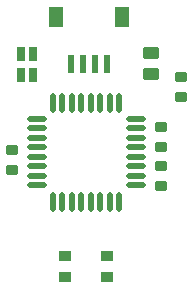
<source format=gbp>
G04 Layer_Color=128*
%FSLAX44Y44*%
%MOMM*%
G71*
G01*
G75*
G04:AMPARAMS|DCode=10|XSize=1mm|YSize=0.9mm|CornerRadius=0.1125mm|HoleSize=0mm|Usage=FLASHONLY|Rotation=0.000|XOffset=0mm|YOffset=0mm|HoleType=Round|Shape=RoundedRectangle|*
%AMROUNDEDRECTD10*
21,1,1.0000,0.6750,0,0,0.0*
21,1,0.7750,0.9000,0,0,0.0*
1,1,0.2250,0.3875,-0.3375*
1,1,0.2250,-0.3875,-0.3375*
1,1,0.2250,-0.3875,0.3375*
1,1,0.2250,0.3875,0.3375*
%
%ADD10ROUNDEDRECTD10*%
%ADD11R,0.6350X1.2700*%
%ADD13R,1.0160X0.8636*%
G04:AMPARAMS|DCode=23|XSize=1.4mm|YSize=1mm|CornerRadius=0.125mm|HoleSize=0mm|Usage=FLASHONLY|Rotation=0.000|XOffset=0mm|YOffset=0mm|HoleType=Round|Shape=RoundedRectangle|*
%AMROUNDEDRECTD23*
21,1,1.4000,0.7500,0,0,0.0*
21,1,1.1500,1.0000,0,0,0.0*
1,1,0.2500,0.5750,-0.3750*
1,1,0.2500,-0.5750,-0.3750*
1,1,0.2500,-0.5750,0.3750*
1,1,0.2500,0.5750,0.3750*
%
%ADD23ROUNDEDRECTD23*%
%ADD24O,0.5500X1.6500*%
%ADD25O,1.6500X0.5500*%
%ADD26R,0.6000X1.5500*%
%ADD27R,1.2000X1.8000*%
D10*
X62000Y125500D02*
D03*
Y108500D02*
D03*
X205000Y170500D02*
D03*
Y187500D02*
D03*
X188000Y95500D02*
D03*
Y112500D02*
D03*
X188000Y128500D02*
D03*
Y145500D02*
D03*
D11*
X70000Y189000D02*
D03*
X80160D02*
D03*
X70000Y207000D02*
D03*
X80160D02*
D03*
D13*
X107474Y18250D02*
D03*
X142500D02*
D03*
X107474Y35890D02*
D03*
X142500D02*
D03*
D23*
X180000Y208000D02*
D03*
Y190000D02*
D03*
D24*
X153000Y166000D02*
D03*
X145000D02*
D03*
X137000D02*
D03*
X129000D02*
D03*
X121000D02*
D03*
X113000D02*
D03*
X105000D02*
D03*
X97000D02*
D03*
Y82000D02*
D03*
X105000D02*
D03*
X113000D02*
D03*
X121000D02*
D03*
X129000D02*
D03*
X137000D02*
D03*
X145000D02*
D03*
X153000D02*
D03*
D25*
X83000Y152000D02*
D03*
Y144000D02*
D03*
Y136000D02*
D03*
Y128000D02*
D03*
Y120000D02*
D03*
Y112000D02*
D03*
Y104000D02*
D03*
Y96000D02*
D03*
X167000D02*
D03*
Y104000D02*
D03*
Y112000D02*
D03*
Y120000D02*
D03*
Y128000D02*
D03*
Y136000D02*
D03*
Y144000D02*
D03*
Y152000D02*
D03*
D26*
X142500Y199000D02*
D03*
X132500D02*
D03*
X122500D02*
D03*
X112500D02*
D03*
D27*
X155500Y238000D02*
D03*
X99500D02*
D03*
M02*

</source>
